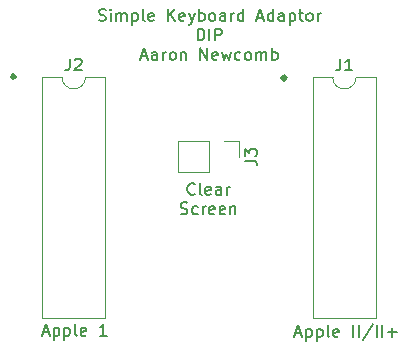
<source format=gbr>
%TF.GenerationSoftware,KiCad,Pcbnew,(5.1.9)-1*%
%TF.CreationDate,2021-09-28T11:41:38-07:00*%
%TF.ProjectId,Apple2to1,4170706c-6532-4746-9f31-2e6b69636164,rev?*%
%TF.SameCoordinates,Original*%
%TF.FileFunction,Legend,Top*%
%TF.FilePolarity,Positive*%
%FSLAX46Y46*%
G04 Gerber Fmt 4.6, Leading zero omitted, Abs format (unit mm)*
G04 Created by KiCad (PCBNEW (5.1.9)-1) date 2021-09-28 11:41:38*
%MOMM*%
%LPD*%
G01*
G04 APERTURE LIST*
%ADD10C,0.150000*%
%ADD11C,0.120000*%
G04 APERTURE END LIST*
D10*
X129500000Y-92485714D02*
X129738095Y-92723809D01*
X129500000Y-92961904D01*
X129261904Y-92723809D01*
X129500000Y-92485714D01*
X129500000Y-92961904D01*
X106600000Y-92385714D02*
X106838095Y-92623809D01*
X106600000Y-92861904D01*
X106361904Y-92623809D01*
X106600000Y-92385714D01*
X106600000Y-92861904D01*
X113842857Y-87854761D02*
X113985714Y-87902380D01*
X114223809Y-87902380D01*
X114319047Y-87854761D01*
X114366666Y-87807142D01*
X114414285Y-87711904D01*
X114414285Y-87616666D01*
X114366666Y-87521428D01*
X114319047Y-87473809D01*
X114223809Y-87426190D01*
X114033333Y-87378571D01*
X113938095Y-87330952D01*
X113890476Y-87283333D01*
X113842857Y-87188095D01*
X113842857Y-87092857D01*
X113890476Y-86997619D01*
X113938095Y-86950000D01*
X114033333Y-86902380D01*
X114271428Y-86902380D01*
X114414285Y-86950000D01*
X114842857Y-87902380D02*
X114842857Y-87235714D01*
X114842857Y-86902380D02*
X114795238Y-86950000D01*
X114842857Y-86997619D01*
X114890476Y-86950000D01*
X114842857Y-86902380D01*
X114842857Y-86997619D01*
X115319047Y-87902380D02*
X115319047Y-87235714D01*
X115319047Y-87330952D02*
X115366666Y-87283333D01*
X115461904Y-87235714D01*
X115604761Y-87235714D01*
X115700000Y-87283333D01*
X115747619Y-87378571D01*
X115747619Y-87902380D01*
X115747619Y-87378571D02*
X115795238Y-87283333D01*
X115890476Y-87235714D01*
X116033333Y-87235714D01*
X116128571Y-87283333D01*
X116176190Y-87378571D01*
X116176190Y-87902380D01*
X116652380Y-87235714D02*
X116652380Y-88235714D01*
X116652380Y-87283333D02*
X116747619Y-87235714D01*
X116938095Y-87235714D01*
X117033333Y-87283333D01*
X117080952Y-87330952D01*
X117128571Y-87426190D01*
X117128571Y-87711904D01*
X117080952Y-87807142D01*
X117033333Y-87854761D01*
X116938095Y-87902380D01*
X116747619Y-87902380D01*
X116652380Y-87854761D01*
X117700000Y-87902380D02*
X117604761Y-87854761D01*
X117557142Y-87759523D01*
X117557142Y-86902380D01*
X118461904Y-87854761D02*
X118366666Y-87902380D01*
X118176190Y-87902380D01*
X118080952Y-87854761D01*
X118033333Y-87759523D01*
X118033333Y-87378571D01*
X118080952Y-87283333D01*
X118176190Y-87235714D01*
X118366666Y-87235714D01*
X118461904Y-87283333D01*
X118509523Y-87378571D01*
X118509523Y-87473809D01*
X118033333Y-87569047D01*
X119700000Y-87902380D02*
X119700000Y-86902380D01*
X120271428Y-87902380D02*
X119842857Y-87330952D01*
X120271428Y-86902380D02*
X119700000Y-87473809D01*
X121080952Y-87854761D02*
X120985714Y-87902380D01*
X120795238Y-87902380D01*
X120700000Y-87854761D01*
X120652380Y-87759523D01*
X120652380Y-87378571D01*
X120700000Y-87283333D01*
X120795238Y-87235714D01*
X120985714Y-87235714D01*
X121080952Y-87283333D01*
X121128571Y-87378571D01*
X121128571Y-87473809D01*
X120652380Y-87569047D01*
X121461904Y-87235714D02*
X121700000Y-87902380D01*
X121938095Y-87235714D02*
X121700000Y-87902380D01*
X121604761Y-88140476D01*
X121557142Y-88188095D01*
X121461904Y-88235714D01*
X122319047Y-87902380D02*
X122319047Y-86902380D01*
X122319047Y-87283333D02*
X122414285Y-87235714D01*
X122604761Y-87235714D01*
X122700000Y-87283333D01*
X122747619Y-87330952D01*
X122795238Y-87426190D01*
X122795238Y-87711904D01*
X122747619Y-87807142D01*
X122700000Y-87854761D01*
X122604761Y-87902380D01*
X122414285Y-87902380D01*
X122319047Y-87854761D01*
X123366666Y-87902380D02*
X123271428Y-87854761D01*
X123223809Y-87807142D01*
X123176190Y-87711904D01*
X123176190Y-87426190D01*
X123223809Y-87330952D01*
X123271428Y-87283333D01*
X123366666Y-87235714D01*
X123509523Y-87235714D01*
X123604761Y-87283333D01*
X123652380Y-87330952D01*
X123700000Y-87426190D01*
X123700000Y-87711904D01*
X123652380Y-87807142D01*
X123604761Y-87854761D01*
X123509523Y-87902380D01*
X123366666Y-87902380D01*
X124557142Y-87902380D02*
X124557142Y-87378571D01*
X124509523Y-87283333D01*
X124414285Y-87235714D01*
X124223809Y-87235714D01*
X124128571Y-87283333D01*
X124557142Y-87854761D02*
X124461904Y-87902380D01*
X124223809Y-87902380D01*
X124128571Y-87854761D01*
X124080952Y-87759523D01*
X124080952Y-87664285D01*
X124128571Y-87569047D01*
X124223809Y-87521428D01*
X124461904Y-87521428D01*
X124557142Y-87473809D01*
X125033333Y-87902380D02*
X125033333Y-87235714D01*
X125033333Y-87426190D02*
X125080952Y-87330952D01*
X125128571Y-87283333D01*
X125223809Y-87235714D01*
X125319047Y-87235714D01*
X126080952Y-87902380D02*
X126080952Y-86902380D01*
X126080952Y-87854761D02*
X125985714Y-87902380D01*
X125795238Y-87902380D01*
X125700000Y-87854761D01*
X125652380Y-87807142D01*
X125604761Y-87711904D01*
X125604761Y-87426190D01*
X125652380Y-87330952D01*
X125700000Y-87283333D01*
X125795238Y-87235714D01*
X125985714Y-87235714D01*
X126080952Y-87283333D01*
X127271428Y-87616666D02*
X127747619Y-87616666D01*
X127176190Y-87902380D02*
X127509523Y-86902380D01*
X127842857Y-87902380D01*
X128604761Y-87902380D02*
X128604761Y-86902380D01*
X128604761Y-87854761D02*
X128509523Y-87902380D01*
X128319047Y-87902380D01*
X128223809Y-87854761D01*
X128176190Y-87807142D01*
X128128571Y-87711904D01*
X128128571Y-87426190D01*
X128176190Y-87330952D01*
X128223809Y-87283333D01*
X128319047Y-87235714D01*
X128509523Y-87235714D01*
X128604761Y-87283333D01*
X129509523Y-87902380D02*
X129509523Y-87378571D01*
X129461904Y-87283333D01*
X129366666Y-87235714D01*
X129176190Y-87235714D01*
X129080952Y-87283333D01*
X129509523Y-87854761D02*
X129414285Y-87902380D01*
X129176190Y-87902380D01*
X129080952Y-87854761D01*
X129033333Y-87759523D01*
X129033333Y-87664285D01*
X129080952Y-87569047D01*
X129176190Y-87521428D01*
X129414285Y-87521428D01*
X129509523Y-87473809D01*
X129985714Y-87235714D02*
X129985714Y-88235714D01*
X129985714Y-87283333D02*
X130080952Y-87235714D01*
X130271428Y-87235714D01*
X130366666Y-87283333D01*
X130414285Y-87330952D01*
X130461904Y-87426190D01*
X130461904Y-87711904D01*
X130414285Y-87807142D01*
X130366666Y-87854761D01*
X130271428Y-87902380D01*
X130080952Y-87902380D01*
X129985714Y-87854761D01*
X130747619Y-87235714D02*
X131128571Y-87235714D01*
X130890476Y-86902380D02*
X130890476Y-87759523D01*
X130938095Y-87854761D01*
X131033333Y-87902380D01*
X131128571Y-87902380D01*
X131604761Y-87902380D02*
X131509523Y-87854761D01*
X131461904Y-87807142D01*
X131414285Y-87711904D01*
X131414285Y-87426190D01*
X131461904Y-87330952D01*
X131509523Y-87283333D01*
X131604761Y-87235714D01*
X131747619Y-87235714D01*
X131842857Y-87283333D01*
X131890476Y-87330952D01*
X131938095Y-87426190D01*
X131938095Y-87711904D01*
X131890476Y-87807142D01*
X131842857Y-87854761D01*
X131747619Y-87902380D01*
X131604761Y-87902380D01*
X132366666Y-87902380D02*
X132366666Y-87235714D01*
X132366666Y-87426190D02*
X132414285Y-87330952D01*
X132461904Y-87283333D01*
X132557142Y-87235714D01*
X132652380Y-87235714D01*
X122200000Y-89552380D02*
X122200000Y-88552380D01*
X122438095Y-88552380D01*
X122580952Y-88600000D01*
X122676190Y-88695238D01*
X122723809Y-88790476D01*
X122771428Y-88980952D01*
X122771428Y-89123809D01*
X122723809Y-89314285D01*
X122676190Y-89409523D01*
X122580952Y-89504761D01*
X122438095Y-89552380D01*
X122200000Y-89552380D01*
X123200000Y-89552380D02*
X123200000Y-88552380D01*
X123676190Y-89552380D02*
X123676190Y-88552380D01*
X124057142Y-88552380D01*
X124152380Y-88600000D01*
X124200000Y-88647619D01*
X124247619Y-88742857D01*
X124247619Y-88885714D01*
X124200000Y-88980952D01*
X124152380Y-89028571D01*
X124057142Y-89076190D01*
X123676190Y-89076190D01*
X117438095Y-90916666D02*
X117914285Y-90916666D01*
X117342857Y-91202380D02*
X117676190Y-90202380D01*
X118009523Y-91202380D01*
X118771428Y-91202380D02*
X118771428Y-90678571D01*
X118723809Y-90583333D01*
X118628571Y-90535714D01*
X118438095Y-90535714D01*
X118342857Y-90583333D01*
X118771428Y-91154761D02*
X118676190Y-91202380D01*
X118438095Y-91202380D01*
X118342857Y-91154761D01*
X118295238Y-91059523D01*
X118295238Y-90964285D01*
X118342857Y-90869047D01*
X118438095Y-90821428D01*
X118676190Y-90821428D01*
X118771428Y-90773809D01*
X119247619Y-91202380D02*
X119247619Y-90535714D01*
X119247619Y-90726190D02*
X119295238Y-90630952D01*
X119342857Y-90583333D01*
X119438095Y-90535714D01*
X119533333Y-90535714D01*
X120009523Y-91202380D02*
X119914285Y-91154761D01*
X119866666Y-91107142D01*
X119819047Y-91011904D01*
X119819047Y-90726190D01*
X119866666Y-90630952D01*
X119914285Y-90583333D01*
X120009523Y-90535714D01*
X120152380Y-90535714D01*
X120247619Y-90583333D01*
X120295238Y-90630952D01*
X120342857Y-90726190D01*
X120342857Y-91011904D01*
X120295238Y-91107142D01*
X120247619Y-91154761D01*
X120152380Y-91202380D01*
X120009523Y-91202380D01*
X120771428Y-90535714D02*
X120771428Y-91202380D01*
X120771428Y-90630952D02*
X120819047Y-90583333D01*
X120914285Y-90535714D01*
X121057142Y-90535714D01*
X121152380Y-90583333D01*
X121200000Y-90678571D01*
X121200000Y-91202380D01*
X122438095Y-91202380D02*
X122438095Y-90202380D01*
X123009523Y-91202380D01*
X123009523Y-90202380D01*
X123866666Y-91154761D02*
X123771428Y-91202380D01*
X123580952Y-91202380D01*
X123485714Y-91154761D01*
X123438095Y-91059523D01*
X123438095Y-90678571D01*
X123485714Y-90583333D01*
X123580952Y-90535714D01*
X123771428Y-90535714D01*
X123866666Y-90583333D01*
X123914285Y-90678571D01*
X123914285Y-90773809D01*
X123438095Y-90869047D01*
X124247619Y-90535714D02*
X124438095Y-91202380D01*
X124628571Y-90726190D01*
X124819047Y-91202380D01*
X125009523Y-90535714D01*
X125819047Y-91154761D02*
X125723809Y-91202380D01*
X125533333Y-91202380D01*
X125438095Y-91154761D01*
X125390476Y-91107142D01*
X125342857Y-91011904D01*
X125342857Y-90726190D01*
X125390476Y-90630952D01*
X125438095Y-90583333D01*
X125533333Y-90535714D01*
X125723809Y-90535714D01*
X125819047Y-90583333D01*
X126390476Y-91202380D02*
X126295238Y-91154761D01*
X126247619Y-91107142D01*
X126200000Y-91011904D01*
X126200000Y-90726190D01*
X126247619Y-90630952D01*
X126295238Y-90583333D01*
X126390476Y-90535714D01*
X126533333Y-90535714D01*
X126628571Y-90583333D01*
X126676190Y-90630952D01*
X126723809Y-90726190D01*
X126723809Y-91011904D01*
X126676190Y-91107142D01*
X126628571Y-91154761D01*
X126533333Y-91202380D01*
X126390476Y-91202380D01*
X127152380Y-91202380D02*
X127152380Y-90535714D01*
X127152380Y-90630952D02*
X127200000Y-90583333D01*
X127295238Y-90535714D01*
X127438095Y-90535714D01*
X127533333Y-90583333D01*
X127580952Y-90678571D01*
X127580952Y-91202380D01*
X127580952Y-90678571D02*
X127628571Y-90583333D01*
X127723809Y-90535714D01*
X127866666Y-90535714D01*
X127961904Y-90583333D01*
X128009523Y-90678571D01*
X128009523Y-91202380D01*
X128485714Y-91202380D02*
X128485714Y-90202380D01*
X128485714Y-90583333D02*
X128580952Y-90535714D01*
X128771428Y-90535714D01*
X128866666Y-90583333D01*
X128914285Y-90630952D01*
X128961904Y-90726190D01*
X128961904Y-91011904D01*
X128914285Y-91107142D01*
X128866666Y-91154761D01*
X128771428Y-91202380D01*
X128580952Y-91202380D01*
X128485714Y-91154761D01*
X130490476Y-114366666D02*
X130966666Y-114366666D01*
X130395238Y-114652380D02*
X130728571Y-113652380D01*
X131061904Y-114652380D01*
X131395238Y-113985714D02*
X131395238Y-114985714D01*
X131395238Y-114033333D02*
X131490476Y-113985714D01*
X131680952Y-113985714D01*
X131776190Y-114033333D01*
X131823809Y-114080952D01*
X131871428Y-114176190D01*
X131871428Y-114461904D01*
X131823809Y-114557142D01*
X131776190Y-114604761D01*
X131680952Y-114652380D01*
X131490476Y-114652380D01*
X131395238Y-114604761D01*
X132300000Y-113985714D02*
X132300000Y-114985714D01*
X132300000Y-114033333D02*
X132395238Y-113985714D01*
X132585714Y-113985714D01*
X132680952Y-114033333D01*
X132728571Y-114080952D01*
X132776190Y-114176190D01*
X132776190Y-114461904D01*
X132728571Y-114557142D01*
X132680952Y-114604761D01*
X132585714Y-114652380D01*
X132395238Y-114652380D01*
X132300000Y-114604761D01*
X133347619Y-114652380D02*
X133252380Y-114604761D01*
X133204761Y-114509523D01*
X133204761Y-113652380D01*
X134109523Y-114604761D02*
X134014285Y-114652380D01*
X133823809Y-114652380D01*
X133728571Y-114604761D01*
X133680952Y-114509523D01*
X133680952Y-114128571D01*
X133728571Y-114033333D01*
X133823809Y-113985714D01*
X134014285Y-113985714D01*
X134109523Y-114033333D01*
X134157142Y-114128571D01*
X134157142Y-114223809D01*
X133680952Y-114319047D01*
X135347619Y-114652380D02*
X135347619Y-113652380D01*
X135823809Y-114652380D02*
X135823809Y-113652380D01*
X137014285Y-113604761D02*
X136157142Y-114890476D01*
X137347619Y-114652380D02*
X137347619Y-113652380D01*
X137823809Y-114652380D02*
X137823809Y-113652380D01*
X138300000Y-114271428D02*
X139061904Y-114271428D01*
X138680952Y-114652380D02*
X138680952Y-113890476D01*
X109109523Y-114266666D02*
X109585714Y-114266666D01*
X109014285Y-114552380D02*
X109347619Y-113552380D01*
X109680952Y-114552380D01*
X110014285Y-113885714D02*
X110014285Y-114885714D01*
X110014285Y-113933333D02*
X110109523Y-113885714D01*
X110300000Y-113885714D01*
X110395238Y-113933333D01*
X110442857Y-113980952D01*
X110490476Y-114076190D01*
X110490476Y-114361904D01*
X110442857Y-114457142D01*
X110395238Y-114504761D01*
X110300000Y-114552380D01*
X110109523Y-114552380D01*
X110014285Y-114504761D01*
X110919047Y-113885714D02*
X110919047Y-114885714D01*
X110919047Y-113933333D02*
X111014285Y-113885714D01*
X111204761Y-113885714D01*
X111300000Y-113933333D01*
X111347619Y-113980952D01*
X111395238Y-114076190D01*
X111395238Y-114361904D01*
X111347619Y-114457142D01*
X111300000Y-114504761D01*
X111204761Y-114552380D01*
X111014285Y-114552380D01*
X110919047Y-114504761D01*
X111966666Y-114552380D02*
X111871428Y-114504761D01*
X111823809Y-114409523D01*
X111823809Y-113552380D01*
X112728571Y-114504761D02*
X112633333Y-114552380D01*
X112442857Y-114552380D01*
X112347619Y-114504761D01*
X112299999Y-114409523D01*
X112299999Y-114028571D01*
X112347619Y-113933333D01*
X112442857Y-113885714D01*
X112633333Y-113885714D01*
X112728571Y-113933333D01*
X112776190Y-114028571D01*
X112776190Y-114123809D01*
X112299999Y-114219047D01*
X114490476Y-114552380D02*
X113919047Y-114552380D01*
X114204761Y-114552380D02*
X114204761Y-113552380D01*
X114109523Y-113695238D01*
X114014285Y-113790476D01*
X113919047Y-113838095D01*
X121957142Y-102532142D02*
X121909523Y-102579761D01*
X121766666Y-102627380D01*
X121671428Y-102627380D01*
X121528571Y-102579761D01*
X121433333Y-102484523D01*
X121385714Y-102389285D01*
X121338095Y-102198809D01*
X121338095Y-102055952D01*
X121385714Y-101865476D01*
X121433333Y-101770238D01*
X121528571Y-101675000D01*
X121671428Y-101627380D01*
X121766666Y-101627380D01*
X121909523Y-101675000D01*
X121957142Y-101722619D01*
X122528571Y-102627380D02*
X122433333Y-102579761D01*
X122385714Y-102484523D01*
X122385714Y-101627380D01*
X123290476Y-102579761D02*
X123195238Y-102627380D01*
X123004761Y-102627380D01*
X122909523Y-102579761D01*
X122861904Y-102484523D01*
X122861904Y-102103571D01*
X122909523Y-102008333D01*
X123004761Y-101960714D01*
X123195238Y-101960714D01*
X123290476Y-102008333D01*
X123338095Y-102103571D01*
X123338095Y-102198809D01*
X122861904Y-102294047D01*
X124195238Y-102627380D02*
X124195238Y-102103571D01*
X124147619Y-102008333D01*
X124052380Y-101960714D01*
X123861904Y-101960714D01*
X123766666Y-102008333D01*
X124195238Y-102579761D02*
X124100000Y-102627380D01*
X123861904Y-102627380D01*
X123766666Y-102579761D01*
X123719047Y-102484523D01*
X123719047Y-102389285D01*
X123766666Y-102294047D01*
X123861904Y-102246428D01*
X124100000Y-102246428D01*
X124195238Y-102198809D01*
X124671428Y-102627380D02*
X124671428Y-101960714D01*
X124671428Y-102151190D02*
X124719047Y-102055952D01*
X124766666Y-102008333D01*
X124861904Y-101960714D01*
X124957142Y-101960714D01*
X120766666Y-104229761D02*
X120909523Y-104277380D01*
X121147619Y-104277380D01*
X121242857Y-104229761D01*
X121290476Y-104182142D01*
X121338095Y-104086904D01*
X121338095Y-103991666D01*
X121290476Y-103896428D01*
X121242857Y-103848809D01*
X121147619Y-103801190D01*
X120957142Y-103753571D01*
X120861904Y-103705952D01*
X120814285Y-103658333D01*
X120766666Y-103563095D01*
X120766666Y-103467857D01*
X120814285Y-103372619D01*
X120861904Y-103325000D01*
X120957142Y-103277380D01*
X121195238Y-103277380D01*
X121338095Y-103325000D01*
X122195238Y-104229761D02*
X122100000Y-104277380D01*
X121909523Y-104277380D01*
X121814285Y-104229761D01*
X121766666Y-104182142D01*
X121719047Y-104086904D01*
X121719047Y-103801190D01*
X121766666Y-103705952D01*
X121814285Y-103658333D01*
X121909523Y-103610714D01*
X122100000Y-103610714D01*
X122195238Y-103658333D01*
X122623809Y-104277380D02*
X122623809Y-103610714D01*
X122623809Y-103801190D02*
X122671428Y-103705952D01*
X122719047Y-103658333D01*
X122814285Y-103610714D01*
X122909523Y-103610714D01*
X123623809Y-104229761D02*
X123528571Y-104277380D01*
X123338095Y-104277380D01*
X123242857Y-104229761D01*
X123195238Y-104134523D01*
X123195238Y-103753571D01*
X123242857Y-103658333D01*
X123338095Y-103610714D01*
X123528571Y-103610714D01*
X123623809Y-103658333D01*
X123671428Y-103753571D01*
X123671428Y-103848809D01*
X123195238Y-103944047D01*
X124480952Y-104229761D02*
X124385714Y-104277380D01*
X124195238Y-104277380D01*
X124100000Y-104229761D01*
X124052380Y-104134523D01*
X124052380Y-103753571D01*
X124100000Y-103658333D01*
X124195238Y-103610714D01*
X124385714Y-103610714D01*
X124480952Y-103658333D01*
X124528571Y-103753571D01*
X124528571Y-103848809D01*
X124052380Y-103944047D01*
X124957142Y-103610714D02*
X124957142Y-104277380D01*
X124957142Y-103705952D02*
X125004761Y-103658333D01*
X125100000Y-103610714D01*
X125242857Y-103610714D01*
X125338095Y-103658333D01*
X125385714Y-103753571D01*
X125385714Y-104277380D01*
D11*
%TO.C,J3*%
X120530000Y-98070000D02*
X120530000Y-100730000D01*
X123130000Y-98070000D02*
X120530000Y-98070000D01*
X123130000Y-100730000D02*
X120530000Y-100730000D01*
X123130000Y-98070000D02*
X123130000Y-100730000D01*
X124400000Y-98070000D02*
X125730000Y-98070000D01*
X125730000Y-98070000D02*
X125730000Y-99400000D01*
%TO.C,J2*%
X112710000Y-92650000D02*
G75*
G02*
X110710000Y-92650000I-1000000J0D01*
G01*
X110710000Y-92650000D02*
X109060000Y-92650000D01*
X109060000Y-92650000D02*
X109060000Y-113090000D01*
X109060000Y-113090000D02*
X114360000Y-113090000D01*
X114360000Y-113090000D02*
X114360000Y-92650000D01*
X114360000Y-92650000D02*
X112710000Y-92650000D01*
%TO.C,J1*%
X135620000Y-92650000D02*
G75*
G02*
X133620000Y-92650000I-1000000J0D01*
G01*
X133620000Y-92650000D02*
X131970000Y-92650000D01*
X131970000Y-92650000D02*
X131970000Y-113090000D01*
X131970000Y-113090000D02*
X137270000Y-113090000D01*
X137270000Y-113090000D02*
X137270000Y-92650000D01*
X137270000Y-92650000D02*
X135620000Y-92650000D01*
%TO.C,J3*%
D10*
X126182380Y-99733333D02*
X126896666Y-99733333D01*
X127039523Y-99780952D01*
X127134761Y-99876190D01*
X127182380Y-100019047D01*
X127182380Y-100114285D01*
X126182380Y-99352380D02*
X126182380Y-98733333D01*
X126563333Y-99066666D01*
X126563333Y-98923809D01*
X126610952Y-98828571D01*
X126658571Y-98780952D01*
X126753809Y-98733333D01*
X126991904Y-98733333D01*
X127087142Y-98780952D01*
X127134761Y-98828571D01*
X127182380Y-98923809D01*
X127182380Y-99209523D01*
X127134761Y-99304761D01*
X127087142Y-99352380D01*
%TO.C,J2*%
X111376666Y-91102380D02*
X111376666Y-91816666D01*
X111329047Y-91959523D01*
X111233809Y-92054761D01*
X111090952Y-92102380D01*
X110995714Y-92102380D01*
X111805238Y-91197619D02*
X111852857Y-91150000D01*
X111948095Y-91102380D01*
X112186190Y-91102380D01*
X112281428Y-91150000D01*
X112329047Y-91197619D01*
X112376666Y-91292857D01*
X112376666Y-91388095D01*
X112329047Y-91530952D01*
X111757619Y-92102380D01*
X112376666Y-92102380D01*
%TO.C,J1*%
X134286666Y-91102380D02*
X134286666Y-91816666D01*
X134239047Y-91959523D01*
X134143809Y-92054761D01*
X134000952Y-92102380D01*
X133905714Y-92102380D01*
X135286666Y-92102380D02*
X134715238Y-92102380D01*
X135000952Y-92102380D02*
X135000952Y-91102380D01*
X134905714Y-91245238D01*
X134810476Y-91340476D01*
X134715238Y-91388095D01*
%TD*%
M02*

</source>
